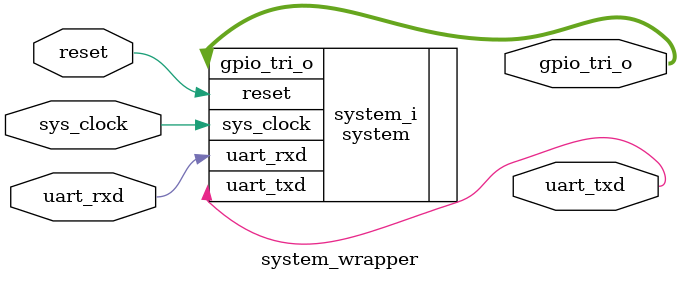
<source format=v>
`timescale 1 ps / 1 ps

module system_wrapper
   (gpio_tri_o,
    reset,
    sys_clock,
    uart_rxd,
    uart_txd);
  output [3:0]gpio_tri_o;
  input reset;
  input sys_clock;
  input uart_rxd;
  output uart_txd;

  wire [3:0]gpio_tri_o;
  wire reset;
  wire sys_clock;
  wire uart_rxd;
  wire uart_txd;

  system system_i
       (.gpio_tri_o(gpio_tri_o),
        .reset(reset),
        .sys_clock(sys_clock),
        .uart_rxd(uart_rxd),
        .uart_txd(uart_txd));
endmodule

</source>
